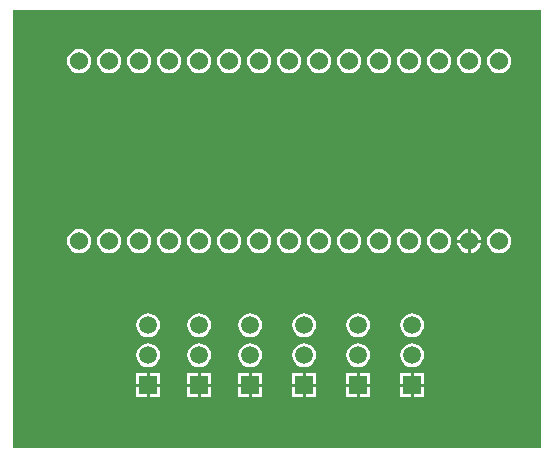
<source format=gbl>
G04 Layer_Physical_Order=2*
G04 Layer_Color=16711680*
%FSLAX24Y24*%
%MOIN*%
G70*
G01*
G75*
%ADD11C,0.0600*%
%ADD12R,0.0591X0.0591*%
%ADD13C,0.0591*%
G36*
X17796Y204D02*
X204D01*
Y14796D01*
X17796D01*
Y204D01*
D02*
G37*
%LPC*%
G36*
X5095Y2695D02*
X4750D01*
Y2350D01*
X5095D01*
Y2695D01*
D02*
G37*
G36*
X13895D02*
X13550D01*
Y2350D01*
X13895D01*
Y2695D01*
D02*
G37*
G36*
X4700Y3699D02*
X4597Y3685D01*
X4501Y3645D01*
X4418Y3582D01*
X4355Y3499D01*
X4315Y3403D01*
X4301Y3300D01*
X4315Y3197D01*
X4355Y3101D01*
X4418Y3018D01*
X4501Y2955D01*
X4597Y2915D01*
X4700Y2901D01*
X4803Y2915D01*
X4899Y2955D01*
X4982Y3018D01*
X5045Y3101D01*
X5085Y3197D01*
X5099Y3300D01*
X5085Y3403D01*
X5045Y3499D01*
X4982Y3582D01*
X4899Y3645D01*
X4803Y3685D01*
X4700Y3699D01*
D02*
G37*
G36*
X6795Y2695D02*
X6450D01*
Y2350D01*
X6795D01*
Y2695D01*
D02*
G37*
G36*
X8495D02*
X8150D01*
Y2350D01*
X8495D01*
Y2695D01*
D02*
G37*
G36*
X6350D02*
X6005D01*
Y2350D01*
X6350D01*
Y2695D01*
D02*
G37*
G36*
X12095D02*
X11750D01*
Y2350D01*
X12095D01*
Y2695D01*
D02*
G37*
G36*
X10295D02*
X9950D01*
Y2350D01*
X10295D01*
Y2695D01*
D02*
G37*
G36*
X6400Y3699D02*
X6297Y3685D01*
X6201Y3645D01*
X6118Y3582D01*
X6055Y3499D01*
X6015Y3403D01*
X6001Y3300D01*
X6015Y3197D01*
X6055Y3101D01*
X6118Y3018D01*
X6201Y2955D01*
X6297Y2915D01*
X6400Y2901D01*
X6503Y2915D01*
X6599Y2955D01*
X6682Y3018D01*
X6745Y3101D01*
X6785Y3197D01*
X6799Y3300D01*
X6785Y3403D01*
X6745Y3499D01*
X6682Y3582D01*
X6599Y3645D01*
X6503Y3685D01*
X6400Y3699D01*
D02*
G37*
G36*
Y4699D02*
X6297Y4685D01*
X6201Y4645D01*
X6118Y4582D01*
X6055Y4499D01*
X6015Y4403D01*
X6001Y4300D01*
X6015Y4197D01*
X6055Y4101D01*
X6118Y4018D01*
X6201Y3955D01*
X6297Y3915D01*
X6400Y3901D01*
X6503Y3915D01*
X6599Y3955D01*
X6682Y4018D01*
X6745Y4101D01*
X6785Y4197D01*
X6799Y4300D01*
X6785Y4403D01*
X6745Y4499D01*
X6682Y4582D01*
X6599Y4645D01*
X6503Y4685D01*
X6400Y4699D01*
D02*
G37*
G36*
X4700D02*
X4597Y4685D01*
X4501Y4645D01*
X4418Y4582D01*
X4355Y4499D01*
X4315Y4403D01*
X4301Y4300D01*
X4315Y4197D01*
X4355Y4101D01*
X4418Y4018D01*
X4501Y3955D01*
X4597Y3915D01*
X4700Y3901D01*
X4803Y3915D01*
X4899Y3955D01*
X4982Y4018D01*
X5045Y4101D01*
X5085Y4197D01*
X5099Y4300D01*
X5085Y4403D01*
X5045Y4499D01*
X4982Y4582D01*
X4899Y4645D01*
X4803Y4685D01*
X4700Y4699D01*
D02*
G37*
G36*
X9900D02*
X9797Y4685D01*
X9701Y4645D01*
X9618Y4582D01*
X9555Y4499D01*
X9515Y4403D01*
X9501Y4300D01*
X9515Y4197D01*
X9555Y4101D01*
X9618Y4018D01*
X9701Y3955D01*
X9797Y3915D01*
X9900Y3901D01*
X10003Y3915D01*
X10099Y3955D01*
X10182Y4018D01*
X10245Y4101D01*
X10285Y4197D01*
X10299Y4300D01*
X10285Y4403D01*
X10245Y4499D01*
X10182Y4582D01*
X10099Y4645D01*
X10003Y4685D01*
X9900Y4699D01*
D02*
G37*
G36*
X8100D02*
X7997Y4685D01*
X7901Y4645D01*
X7818Y4582D01*
X7755Y4499D01*
X7715Y4403D01*
X7701Y4300D01*
X7715Y4197D01*
X7755Y4101D01*
X7818Y4018D01*
X7901Y3955D01*
X7997Y3915D01*
X8100Y3901D01*
X8203Y3915D01*
X8299Y3955D01*
X8382Y4018D01*
X8445Y4101D01*
X8485Y4197D01*
X8499Y4300D01*
X8485Y4403D01*
X8445Y4499D01*
X8382Y4582D01*
X8299Y4645D01*
X8203Y4685D01*
X8100Y4699D01*
D02*
G37*
G36*
X9900Y3699D02*
X9797Y3685D01*
X9701Y3645D01*
X9618Y3582D01*
X9555Y3499D01*
X9515Y3403D01*
X9501Y3300D01*
X9515Y3197D01*
X9555Y3101D01*
X9618Y3018D01*
X9701Y2955D01*
X9797Y2915D01*
X9900Y2901D01*
X10003Y2915D01*
X10099Y2955D01*
X10182Y3018D01*
X10245Y3101D01*
X10285Y3197D01*
X10299Y3300D01*
X10285Y3403D01*
X10245Y3499D01*
X10182Y3582D01*
X10099Y3645D01*
X10003Y3685D01*
X9900Y3699D01*
D02*
G37*
G36*
X8100D02*
X7997Y3685D01*
X7901Y3645D01*
X7818Y3582D01*
X7755Y3499D01*
X7715Y3403D01*
X7701Y3300D01*
X7715Y3197D01*
X7755Y3101D01*
X7818Y3018D01*
X7901Y2955D01*
X7997Y2915D01*
X8100Y2901D01*
X8203Y2915D01*
X8299Y2955D01*
X8382Y3018D01*
X8445Y3101D01*
X8485Y3197D01*
X8499Y3300D01*
X8485Y3403D01*
X8445Y3499D01*
X8382Y3582D01*
X8299Y3645D01*
X8203Y3685D01*
X8100Y3699D01*
D02*
G37*
G36*
X13500D02*
X13397Y3685D01*
X13301Y3645D01*
X13218Y3582D01*
X13155Y3499D01*
X13115Y3403D01*
X13101Y3300D01*
X13115Y3197D01*
X13155Y3101D01*
X13218Y3018D01*
X13301Y2955D01*
X13397Y2915D01*
X13500Y2901D01*
X13603Y2915D01*
X13699Y2955D01*
X13782Y3018D01*
X13845Y3101D01*
X13885Y3197D01*
X13899Y3300D01*
X13885Y3403D01*
X13845Y3499D01*
X13782Y3582D01*
X13699Y3645D01*
X13603Y3685D01*
X13500Y3699D01*
D02*
G37*
G36*
X11700D02*
X11597Y3685D01*
X11501Y3645D01*
X11418Y3582D01*
X11355Y3499D01*
X11315Y3403D01*
X11301Y3300D01*
X11315Y3197D01*
X11355Y3101D01*
X11418Y3018D01*
X11501Y2955D01*
X11597Y2915D01*
X11700Y2901D01*
X11803Y2915D01*
X11899Y2955D01*
X11982Y3018D01*
X12045Y3101D01*
X12085Y3197D01*
X12099Y3300D01*
X12085Y3403D01*
X12045Y3499D01*
X11982Y3582D01*
X11899Y3645D01*
X11803Y3685D01*
X11700Y3699D01*
D02*
G37*
G36*
X8495Y2250D02*
X8150D01*
Y1905D01*
X8495D01*
Y2250D01*
D02*
G37*
G36*
X8050D02*
X7705D01*
Y1905D01*
X8050D01*
Y2250D01*
D02*
G37*
G36*
X10295D02*
X9950D01*
Y1905D01*
X10295D01*
Y2250D01*
D02*
G37*
G36*
X9850D02*
X9505D01*
Y1905D01*
X9850D01*
Y2250D01*
D02*
G37*
G36*
X5095D02*
X4750D01*
Y1905D01*
X5095D01*
Y2250D01*
D02*
G37*
G36*
X4650D02*
X4305D01*
Y1905D01*
X4650D01*
Y2250D01*
D02*
G37*
G36*
X6795D02*
X6450D01*
Y1905D01*
X6795D01*
Y2250D01*
D02*
G37*
G36*
X6350D02*
X6005D01*
Y1905D01*
X6350D01*
Y2250D01*
D02*
G37*
G36*
X11650D02*
X11305D01*
Y1905D01*
X11650D01*
Y2250D01*
D02*
G37*
G36*
Y2695D02*
X11305D01*
Y2350D01*
X11650D01*
Y2695D01*
D02*
G37*
G36*
X9850D02*
X9505D01*
Y2350D01*
X9850D01*
Y2695D01*
D02*
G37*
G36*
X4650D02*
X4305D01*
Y2350D01*
X4650D01*
Y2695D01*
D02*
G37*
G36*
X13450D02*
X13105D01*
Y2350D01*
X13450D01*
Y2695D01*
D02*
G37*
G36*
Y2250D02*
X13105D01*
Y1905D01*
X13450D01*
Y2250D01*
D02*
G37*
G36*
X12095D02*
X11750D01*
Y1905D01*
X12095D01*
Y2250D01*
D02*
G37*
G36*
X8050Y2695D02*
X7705D01*
Y2350D01*
X8050D01*
Y2695D01*
D02*
G37*
G36*
X13895Y2250D02*
X13550D01*
Y1905D01*
X13895D01*
Y2250D01*
D02*
G37*
G36*
X5400Y13503D02*
X5296Y13490D01*
X5198Y13449D01*
X5115Y13385D01*
X5051Y13302D01*
X5010Y13204D01*
X4997Y13100D01*
X5010Y12996D01*
X5051Y12898D01*
X5115Y12815D01*
X5198Y12751D01*
X5296Y12710D01*
X5400Y12697D01*
X5504Y12710D01*
X5602Y12751D01*
X5685Y12815D01*
X5749Y12898D01*
X5790Y12996D01*
X5803Y13100D01*
X5790Y13204D01*
X5749Y13302D01*
X5685Y13385D01*
X5602Y13449D01*
X5504Y13490D01*
X5400Y13503D01*
D02*
G37*
G36*
X4400D02*
X4296Y13490D01*
X4198Y13449D01*
X4115Y13385D01*
X4051Y13302D01*
X4010Y13204D01*
X3997Y13100D01*
X4010Y12996D01*
X4051Y12898D01*
X4115Y12815D01*
X4198Y12751D01*
X4296Y12710D01*
X4400Y12697D01*
X4504Y12710D01*
X4602Y12751D01*
X4685Y12815D01*
X4749Y12898D01*
X4790Y12996D01*
X4803Y13100D01*
X4790Y13204D01*
X4749Y13302D01*
X4685Y13385D01*
X4602Y13449D01*
X4504Y13490D01*
X4400Y13503D01*
D02*
G37*
G36*
X7400D02*
X7296Y13490D01*
X7198Y13449D01*
X7115Y13385D01*
X7051Y13302D01*
X7010Y13204D01*
X6997Y13100D01*
X7010Y12996D01*
X7051Y12898D01*
X7115Y12815D01*
X7198Y12751D01*
X7296Y12710D01*
X7400Y12697D01*
X7504Y12710D01*
X7602Y12751D01*
X7685Y12815D01*
X7749Y12898D01*
X7790Y12996D01*
X7803Y13100D01*
X7790Y13204D01*
X7749Y13302D01*
X7685Y13385D01*
X7602Y13449D01*
X7504Y13490D01*
X7400Y13503D01*
D02*
G37*
G36*
X6400D02*
X6296Y13490D01*
X6198Y13449D01*
X6115Y13385D01*
X6051Y13302D01*
X6010Y13204D01*
X5997Y13100D01*
X6010Y12996D01*
X6051Y12898D01*
X6115Y12815D01*
X6198Y12751D01*
X6296Y12710D01*
X6400Y12697D01*
X6504Y12710D01*
X6602Y12751D01*
X6685Y12815D01*
X6749Y12898D01*
X6790Y12996D01*
X6803Y13100D01*
X6790Y13204D01*
X6749Y13302D01*
X6685Y13385D01*
X6602Y13449D01*
X6504Y13490D01*
X6400Y13503D01*
D02*
G37*
G36*
X15450Y7497D02*
Y7150D01*
X15797D01*
X15790Y7204D01*
X15749Y7302D01*
X15685Y7385D01*
X15602Y7449D01*
X15504Y7490D01*
X15450Y7497D01*
D02*
G37*
G36*
X15350D02*
X15296Y7490D01*
X15198Y7449D01*
X15115Y7385D01*
X15051Y7302D01*
X15010Y7204D01*
X15003Y7150D01*
X15350D01*
Y7497D01*
D02*
G37*
G36*
X3400Y13503D02*
X3296Y13490D01*
X3198Y13449D01*
X3115Y13385D01*
X3051Y13302D01*
X3010Y13204D01*
X2997Y13100D01*
X3010Y12996D01*
X3051Y12898D01*
X3115Y12815D01*
X3198Y12751D01*
X3296Y12710D01*
X3400Y12697D01*
X3504Y12710D01*
X3602Y12751D01*
X3685Y12815D01*
X3749Y12898D01*
X3790Y12996D01*
X3803Y13100D01*
X3790Y13204D01*
X3749Y13302D01*
X3685Y13385D01*
X3602Y13449D01*
X3504Y13490D01*
X3400Y13503D01*
D02*
G37*
G36*
X2400D02*
X2296Y13490D01*
X2198Y13449D01*
X2115Y13385D01*
X2051Y13302D01*
X2010Y13204D01*
X1997Y13100D01*
X2010Y12996D01*
X2051Y12898D01*
X2115Y12815D01*
X2198Y12751D01*
X2296Y12710D01*
X2400Y12697D01*
X2504Y12710D01*
X2602Y12751D01*
X2685Y12815D01*
X2749Y12898D01*
X2790Y12996D01*
X2803Y13100D01*
X2790Y13204D01*
X2749Y13302D01*
X2685Y13385D01*
X2602Y13449D01*
X2504Y13490D01*
X2400Y13503D01*
D02*
G37*
G36*
X8400D02*
X8296Y13490D01*
X8198Y13449D01*
X8115Y13385D01*
X8051Y13302D01*
X8010Y13204D01*
X7997Y13100D01*
X8010Y12996D01*
X8051Y12898D01*
X8115Y12815D01*
X8198Y12751D01*
X8296Y12710D01*
X8400Y12697D01*
X8504Y12710D01*
X8602Y12751D01*
X8685Y12815D01*
X8749Y12898D01*
X8790Y12996D01*
X8803Y13100D01*
X8790Y13204D01*
X8749Y13302D01*
X8685Y13385D01*
X8602Y13449D01*
X8504Y13490D01*
X8400Y13503D01*
D02*
G37*
G36*
X14400D02*
X14296Y13490D01*
X14198Y13449D01*
X14115Y13385D01*
X14051Y13302D01*
X14010Y13204D01*
X13997Y13100D01*
X14010Y12996D01*
X14051Y12898D01*
X14115Y12815D01*
X14198Y12751D01*
X14296Y12710D01*
X14400Y12697D01*
X14504Y12710D01*
X14602Y12751D01*
X14685Y12815D01*
X14749Y12898D01*
X14790Y12996D01*
X14803Y13100D01*
X14790Y13204D01*
X14749Y13302D01*
X14685Y13385D01*
X14602Y13449D01*
X14504Y13490D01*
X14400Y13503D01*
D02*
G37*
G36*
X13400D02*
X13296Y13490D01*
X13198Y13449D01*
X13115Y13385D01*
X13051Y13302D01*
X13010Y13204D01*
X12997Y13100D01*
X13010Y12996D01*
X13051Y12898D01*
X13115Y12815D01*
X13198Y12751D01*
X13296Y12710D01*
X13400Y12697D01*
X13504Y12710D01*
X13602Y12751D01*
X13685Y12815D01*
X13749Y12898D01*
X13790Y12996D01*
X13803Y13100D01*
X13790Y13204D01*
X13749Y13302D01*
X13685Y13385D01*
X13602Y13449D01*
X13504Y13490D01*
X13400Y13503D01*
D02*
G37*
G36*
X16400D02*
X16296Y13490D01*
X16198Y13449D01*
X16115Y13385D01*
X16051Y13302D01*
X16010Y13204D01*
X15997Y13100D01*
X16010Y12996D01*
X16051Y12898D01*
X16115Y12815D01*
X16198Y12751D01*
X16296Y12710D01*
X16400Y12697D01*
X16504Y12710D01*
X16602Y12751D01*
X16685Y12815D01*
X16749Y12898D01*
X16790Y12996D01*
X16803Y13100D01*
X16790Y13204D01*
X16749Y13302D01*
X16685Y13385D01*
X16602Y13449D01*
X16504Y13490D01*
X16400Y13503D01*
D02*
G37*
G36*
X15400D02*
X15296Y13490D01*
X15198Y13449D01*
X15115Y13385D01*
X15051Y13302D01*
X15010Y13204D01*
X14997Y13100D01*
X15010Y12996D01*
X15051Y12898D01*
X15115Y12815D01*
X15198Y12751D01*
X15296Y12710D01*
X15400Y12697D01*
X15504Y12710D01*
X15602Y12751D01*
X15685Y12815D01*
X15749Y12898D01*
X15790Y12996D01*
X15803Y13100D01*
X15790Y13204D01*
X15749Y13302D01*
X15685Y13385D01*
X15602Y13449D01*
X15504Y13490D01*
X15400Y13503D01*
D02*
G37*
G36*
X10400D02*
X10296Y13490D01*
X10198Y13449D01*
X10115Y13385D01*
X10051Y13302D01*
X10010Y13204D01*
X9997Y13100D01*
X10010Y12996D01*
X10051Y12898D01*
X10115Y12815D01*
X10198Y12751D01*
X10296Y12710D01*
X10400Y12697D01*
X10504Y12710D01*
X10602Y12751D01*
X10685Y12815D01*
X10749Y12898D01*
X10790Y12996D01*
X10803Y13100D01*
X10790Y13204D01*
X10749Y13302D01*
X10685Y13385D01*
X10602Y13449D01*
X10504Y13490D01*
X10400Y13503D01*
D02*
G37*
G36*
X9400D02*
X9296Y13490D01*
X9198Y13449D01*
X9115Y13385D01*
X9051Y13302D01*
X9010Y13204D01*
X8997Y13100D01*
X9010Y12996D01*
X9051Y12898D01*
X9115Y12815D01*
X9198Y12751D01*
X9296Y12710D01*
X9400Y12697D01*
X9504Y12710D01*
X9602Y12751D01*
X9685Y12815D01*
X9749Y12898D01*
X9790Y12996D01*
X9803Y13100D01*
X9790Y13204D01*
X9749Y13302D01*
X9685Y13385D01*
X9602Y13449D01*
X9504Y13490D01*
X9400Y13503D01*
D02*
G37*
G36*
X12400D02*
X12296Y13490D01*
X12198Y13449D01*
X12115Y13385D01*
X12051Y13302D01*
X12010Y13204D01*
X11997Y13100D01*
X12010Y12996D01*
X12051Y12898D01*
X12115Y12815D01*
X12198Y12751D01*
X12296Y12710D01*
X12400Y12697D01*
X12504Y12710D01*
X12602Y12751D01*
X12685Y12815D01*
X12749Y12898D01*
X12790Y12996D01*
X12803Y13100D01*
X12790Y13204D01*
X12749Y13302D01*
X12685Y13385D01*
X12602Y13449D01*
X12504Y13490D01*
X12400Y13503D01*
D02*
G37*
G36*
X11400D02*
X11296Y13490D01*
X11198Y13449D01*
X11115Y13385D01*
X11051Y13302D01*
X11010Y13204D01*
X10997Y13100D01*
X11010Y12996D01*
X11051Y12898D01*
X11115Y12815D01*
X11198Y12751D01*
X11296Y12710D01*
X11400Y12697D01*
X11504Y12710D01*
X11602Y12751D01*
X11685Y12815D01*
X11749Y12898D01*
X11790Y12996D01*
X11803Y13100D01*
X11790Y13204D01*
X11749Y13302D01*
X11685Y13385D01*
X11602Y13449D01*
X11504Y13490D01*
X11400Y13503D01*
D02*
G37*
G36*
X15797Y7050D02*
X15450D01*
Y6703D01*
X15504Y6710D01*
X15602Y6751D01*
X15685Y6815D01*
X15749Y6898D01*
X15790Y6996D01*
X15797Y7050D01*
D02*
G37*
G36*
X5400Y7503D02*
X5296Y7490D01*
X5198Y7449D01*
X5115Y7385D01*
X5051Y7302D01*
X5010Y7204D01*
X4997Y7100D01*
X5010Y6996D01*
X5051Y6898D01*
X5115Y6815D01*
X5198Y6751D01*
X5296Y6710D01*
X5400Y6697D01*
X5504Y6710D01*
X5602Y6751D01*
X5685Y6815D01*
X5749Y6898D01*
X5790Y6996D01*
X5803Y7100D01*
X5790Y7204D01*
X5749Y7302D01*
X5685Y7385D01*
X5602Y7449D01*
X5504Y7490D01*
X5400Y7503D01*
D02*
G37*
G36*
X4400D02*
X4296Y7490D01*
X4198Y7449D01*
X4115Y7385D01*
X4051Y7302D01*
X4010Y7204D01*
X3997Y7100D01*
X4010Y6996D01*
X4051Y6898D01*
X4115Y6815D01*
X4198Y6751D01*
X4296Y6710D01*
X4400Y6697D01*
X4504Y6710D01*
X4602Y6751D01*
X4685Y6815D01*
X4749Y6898D01*
X4790Y6996D01*
X4803Y7100D01*
X4790Y7204D01*
X4749Y7302D01*
X4685Y7385D01*
X4602Y7449D01*
X4504Y7490D01*
X4400Y7503D01*
D02*
G37*
G36*
X7400D02*
X7296Y7490D01*
X7198Y7449D01*
X7115Y7385D01*
X7051Y7302D01*
X7010Y7204D01*
X6997Y7100D01*
X7010Y6996D01*
X7051Y6898D01*
X7115Y6815D01*
X7198Y6751D01*
X7296Y6710D01*
X7400Y6697D01*
X7504Y6710D01*
X7602Y6751D01*
X7685Y6815D01*
X7749Y6898D01*
X7790Y6996D01*
X7803Y7100D01*
X7790Y7204D01*
X7749Y7302D01*
X7685Y7385D01*
X7602Y7449D01*
X7504Y7490D01*
X7400Y7503D01*
D02*
G37*
G36*
X6400D02*
X6296Y7490D01*
X6198Y7449D01*
X6115Y7385D01*
X6051Y7302D01*
X6010Y7204D01*
X5997Y7100D01*
X6010Y6996D01*
X6051Y6898D01*
X6115Y6815D01*
X6198Y6751D01*
X6296Y6710D01*
X6400Y6697D01*
X6504Y6710D01*
X6602Y6751D01*
X6685Y6815D01*
X6749Y6898D01*
X6790Y6996D01*
X6803Y7100D01*
X6790Y7204D01*
X6749Y7302D01*
X6685Y7385D01*
X6602Y7449D01*
X6504Y7490D01*
X6400Y7503D01*
D02*
G37*
G36*
X13500Y4699D02*
X13397Y4685D01*
X13301Y4645D01*
X13218Y4582D01*
X13155Y4499D01*
X13115Y4403D01*
X13101Y4300D01*
X13115Y4197D01*
X13155Y4101D01*
X13218Y4018D01*
X13301Y3955D01*
X13397Y3915D01*
X13500Y3901D01*
X13603Y3915D01*
X13699Y3955D01*
X13782Y4018D01*
X13845Y4101D01*
X13885Y4197D01*
X13899Y4300D01*
X13885Y4403D01*
X13845Y4499D01*
X13782Y4582D01*
X13699Y4645D01*
X13603Y4685D01*
X13500Y4699D01*
D02*
G37*
G36*
X11700D02*
X11597Y4685D01*
X11501Y4645D01*
X11418Y4582D01*
X11355Y4499D01*
X11315Y4403D01*
X11301Y4300D01*
X11315Y4197D01*
X11355Y4101D01*
X11418Y4018D01*
X11501Y3955D01*
X11597Y3915D01*
X11700Y3901D01*
X11803Y3915D01*
X11899Y3955D01*
X11982Y4018D01*
X12045Y4101D01*
X12085Y4197D01*
X12099Y4300D01*
X12085Y4403D01*
X12045Y4499D01*
X11982Y4582D01*
X11899Y4645D01*
X11803Y4685D01*
X11700Y4699D01*
D02*
G37*
G36*
X3400Y7503D02*
X3296Y7490D01*
X3198Y7449D01*
X3115Y7385D01*
X3051Y7302D01*
X3010Y7204D01*
X2997Y7100D01*
X3010Y6996D01*
X3051Y6898D01*
X3115Y6815D01*
X3198Y6751D01*
X3296Y6710D01*
X3400Y6697D01*
X3504Y6710D01*
X3602Y6751D01*
X3685Y6815D01*
X3749Y6898D01*
X3790Y6996D01*
X3803Y7100D01*
X3790Y7204D01*
X3749Y7302D01*
X3685Y7385D01*
X3602Y7449D01*
X3504Y7490D01*
X3400Y7503D01*
D02*
G37*
G36*
X2400D02*
X2296Y7490D01*
X2198Y7449D01*
X2115Y7385D01*
X2051Y7302D01*
X2010Y7204D01*
X1997Y7100D01*
X2010Y6996D01*
X2051Y6898D01*
X2115Y6815D01*
X2198Y6751D01*
X2296Y6710D01*
X2400Y6697D01*
X2504Y6710D01*
X2602Y6751D01*
X2685Y6815D01*
X2749Y6898D01*
X2790Y6996D01*
X2803Y7100D01*
X2790Y7204D01*
X2749Y7302D01*
X2685Y7385D01*
X2602Y7449D01*
X2504Y7490D01*
X2400Y7503D01*
D02*
G37*
G36*
X8400D02*
X8296Y7490D01*
X8198Y7449D01*
X8115Y7385D01*
X8051Y7302D01*
X8010Y7204D01*
X7997Y7100D01*
X8010Y6996D01*
X8051Y6898D01*
X8115Y6815D01*
X8198Y6751D01*
X8296Y6710D01*
X8400Y6697D01*
X8504Y6710D01*
X8602Y6751D01*
X8685Y6815D01*
X8749Y6898D01*
X8790Y6996D01*
X8803Y7100D01*
X8790Y7204D01*
X8749Y7302D01*
X8685Y7385D01*
X8602Y7449D01*
X8504Y7490D01*
X8400Y7503D01*
D02*
G37*
G36*
X14400D02*
X14296Y7490D01*
X14198Y7449D01*
X14115Y7385D01*
X14051Y7302D01*
X14010Y7204D01*
X13997Y7100D01*
X14010Y6996D01*
X14051Y6898D01*
X14115Y6815D01*
X14198Y6751D01*
X14296Y6710D01*
X14400Y6697D01*
X14504Y6710D01*
X14602Y6751D01*
X14685Y6815D01*
X14749Y6898D01*
X14790Y6996D01*
X14803Y7100D01*
X14790Y7204D01*
X14749Y7302D01*
X14685Y7385D01*
X14602Y7449D01*
X14504Y7490D01*
X14400Y7503D01*
D02*
G37*
G36*
X13400D02*
X13296Y7490D01*
X13198Y7449D01*
X13115Y7385D01*
X13051Y7302D01*
X13010Y7204D01*
X12997Y7100D01*
X13010Y6996D01*
X13051Y6898D01*
X13115Y6815D01*
X13198Y6751D01*
X13296Y6710D01*
X13400Y6697D01*
X13504Y6710D01*
X13602Y6751D01*
X13685Y6815D01*
X13749Y6898D01*
X13790Y6996D01*
X13803Y7100D01*
X13790Y7204D01*
X13749Y7302D01*
X13685Y7385D01*
X13602Y7449D01*
X13504Y7490D01*
X13400Y7503D01*
D02*
G37*
G36*
X15350Y7050D02*
X15003D01*
X15010Y6996D01*
X15051Y6898D01*
X15115Y6815D01*
X15198Y6751D01*
X15296Y6710D01*
X15350Y6703D01*
Y7050D01*
D02*
G37*
G36*
X16400Y7503D02*
X16296Y7490D01*
X16198Y7449D01*
X16115Y7385D01*
X16051Y7302D01*
X16010Y7204D01*
X15997Y7100D01*
X16010Y6996D01*
X16051Y6898D01*
X16115Y6815D01*
X16198Y6751D01*
X16296Y6710D01*
X16400Y6697D01*
X16504Y6710D01*
X16602Y6751D01*
X16685Y6815D01*
X16749Y6898D01*
X16790Y6996D01*
X16803Y7100D01*
X16790Y7204D01*
X16749Y7302D01*
X16685Y7385D01*
X16602Y7449D01*
X16504Y7490D01*
X16400Y7503D01*
D02*
G37*
G36*
X10400D02*
X10296Y7490D01*
X10198Y7449D01*
X10115Y7385D01*
X10051Y7302D01*
X10010Y7204D01*
X9997Y7100D01*
X10010Y6996D01*
X10051Y6898D01*
X10115Y6815D01*
X10198Y6751D01*
X10296Y6710D01*
X10400Y6697D01*
X10504Y6710D01*
X10602Y6751D01*
X10685Y6815D01*
X10749Y6898D01*
X10790Y6996D01*
X10803Y7100D01*
X10790Y7204D01*
X10749Y7302D01*
X10685Y7385D01*
X10602Y7449D01*
X10504Y7490D01*
X10400Y7503D01*
D02*
G37*
G36*
X9400D02*
X9296Y7490D01*
X9198Y7449D01*
X9115Y7385D01*
X9051Y7302D01*
X9010Y7204D01*
X8997Y7100D01*
X9010Y6996D01*
X9051Y6898D01*
X9115Y6815D01*
X9198Y6751D01*
X9296Y6710D01*
X9400Y6697D01*
X9504Y6710D01*
X9602Y6751D01*
X9685Y6815D01*
X9749Y6898D01*
X9790Y6996D01*
X9803Y7100D01*
X9790Y7204D01*
X9749Y7302D01*
X9685Y7385D01*
X9602Y7449D01*
X9504Y7490D01*
X9400Y7503D01*
D02*
G37*
G36*
X12400D02*
X12296Y7490D01*
X12198Y7449D01*
X12115Y7385D01*
X12051Y7302D01*
X12010Y7204D01*
X11997Y7100D01*
X12010Y6996D01*
X12051Y6898D01*
X12115Y6815D01*
X12198Y6751D01*
X12296Y6710D01*
X12400Y6697D01*
X12504Y6710D01*
X12602Y6751D01*
X12685Y6815D01*
X12749Y6898D01*
X12790Y6996D01*
X12803Y7100D01*
X12790Y7204D01*
X12749Y7302D01*
X12685Y7385D01*
X12602Y7449D01*
X12504Y7490D01*
X12400Y7503D01*
D02*
G37*
G36*
X11400D02*
X11296Y7490D01*
X11198Y7449D01*
X11115Y7385D01*
X11051Y7302D01*
X11010Y7204D01*
X10997Y7100D01*
X11010Y6996D01*
X11051Y6898D01*
X11115Y6815D01*
X11198Y6751D01*
X11296Y6710D01*
X11400Y6697D01*
X11504Y6710D01*
X11602Y6751D01*
X11685Y6815D01*
X11749Y6898D01*
X11790Y6996D01*
X11803Y7100D01*
X11790Y7204D01*
X11749Y7302D01*
X11685Y7385D01*
X11602Y7449D01*
X11504Y7490D01*
X11400Y7503D01*
D02*
G37*
%LPD*%
D11*
X2400Y13100D02*
D03*
X3400D02*
D03*
X4400D02*
D03*
X5400D02*
D03*
X6400D02*
D03*
X7400D02*
D03*
X8400D02*
D03*
X9400D02*
D03*
X10400D02*
D03*
X11400D02*
D03*
X12400D02*
D03*
X13400D02*
D03*
X15400D02*
D03*
X16400D02*
D03*
X14400D02*
D03*
X16400Y7100D02*
D03*
X15400D02*
D03*
X14400D02*
D03*
X13400D02*
D03*
X12400D02*
D03*
X11400D02*
D03*
X10400D02*
D03*
X9400D02*
D03*
X8400D02*
D03*
X7400D02*
D03*
X6400D02*
D03*
X5400D02*
D03*
X3400D02*
D03*
X2400D02*
D03*
X4400D02*
D03*
D12*
X8100Y2300D02*
D03*
X6400D02*
D03*
X4700D02*
D03*
X11700D02*
D03*
X9900D02*
D03*
X13500D02*
D03*
D13*
X8100Y3300D02*
D03*
Y4300D02*
D03*
X6400Y3300D02*
D03*
Y4300D02*
D03*
X4700Y3300D02*
D03*
Y4300D02*
D03*
X11700Y3300D02*
D03*
Y4300D02*
D03*
X9900Y3300D02*
D03*
Y4300D02*
D03*
X13500D02*
D03*
Y3300D02*
D03*
M02*

</source>
